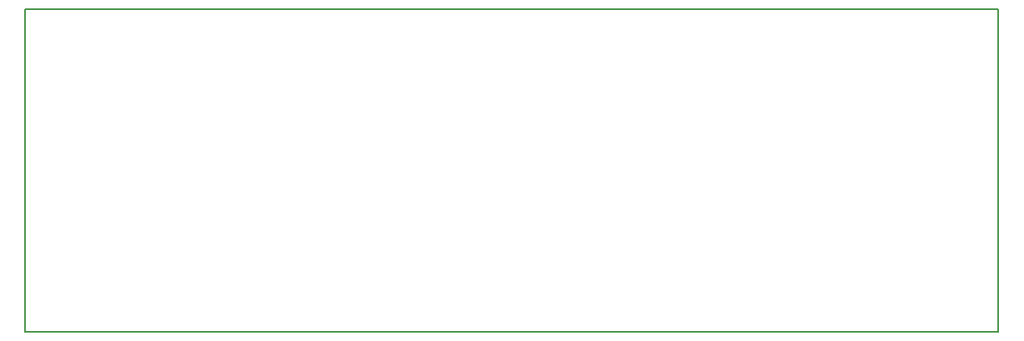
<source format=gm1>
G04 MADE WITH FRITZING*
G04 WWW.FRITZING.ORG*
G04 DOUBLE SIDED*
G04 HOLES PLATED*
G04 CONTOUR ON CENTER OF CONTOUR VECTOR*
%ASAXBY*%
%FSLAX23Y23*%
%MOIN*%
%OFA0B0*%
%SFA1.0B1.0*%
%ADD10R,3.897640X1.299210*%
%ADD11C,0.008000*%
%ADD10C,0.008*%
%LNCONTOUR*%
G90*
G70*
G54D10*
G54D11*
X4Y1295D02*
X3894Y1295D01*
X3894Y4D01*
X4Y4D01*
X4Y1295D01*
D02*
G04 End of contour*
M02*
</source>
